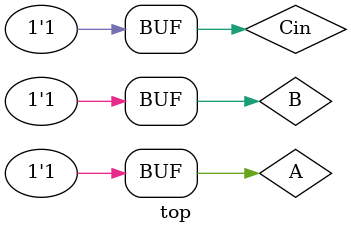
<source format=v>
module top;
reg A,B,Cin;
 wire S,Cout;  
 //Verilog code for the structural full adder 
 fulladder Behavioral_adder(
    .X1(A),
    .X2(B),
    .Cin(Cin),
    .S(S),
    .Cout(Cout) 
   );
 initial begin
   A = 0;
   B = 0;
   Cin = 0;
   #5;
   A = 0;
   B = 0;
   Cin = 1;
   #5;  
   A = 0;
   B = 1;
   Cin = 0;
   #5;
   A = 0;
   B = 1;
   Cin = 1;
   #5; A = 1; B = 0;
   Cin = 0;
   #5;
   A = 1;
   B = 0;
   Cin = 1;
   #5;
   A = 1;
   B = 1;
   Cin = 0;
   #5;  
   A = 1;
   B = 1;
   Cin = 1;
   #5;  
  end

endmodule 

</source>
